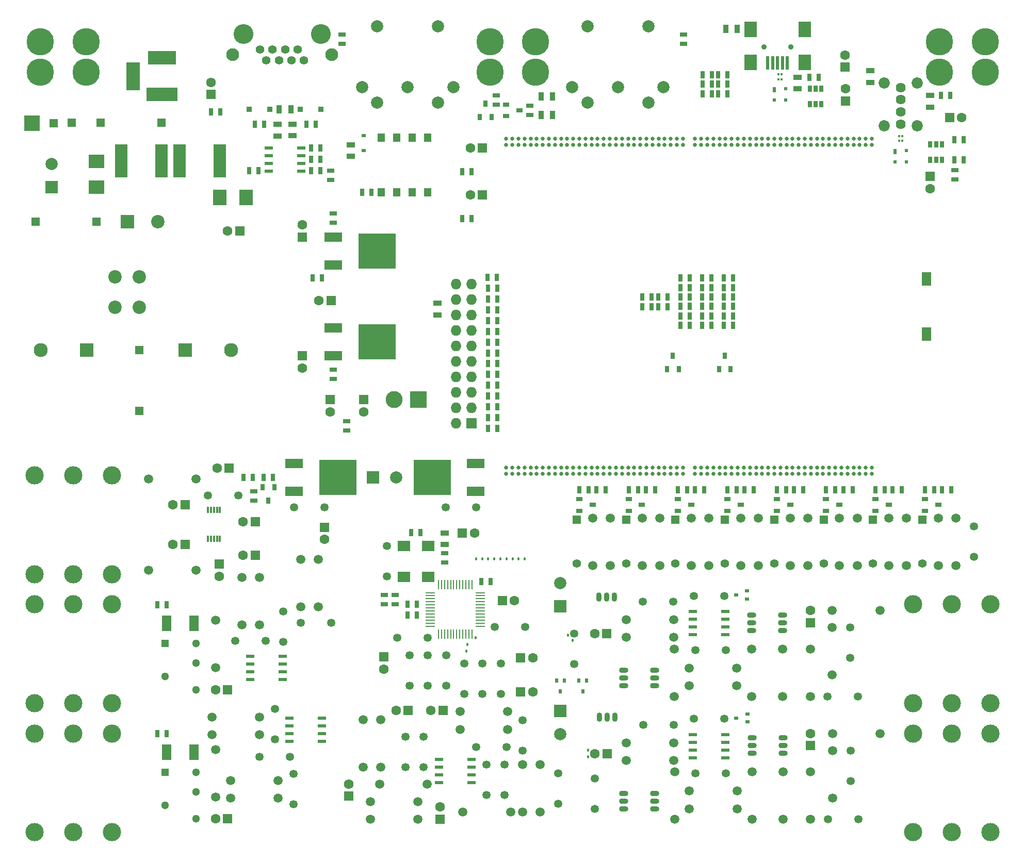
<source format=gts>
%FSLAX34Y34*%
G04 Gerber Fmt 3.4, Leading zero omitted, Abs format*
G04 (created by PCBNEW (2014-03-19 BZR 4756)-product) date Ter 03 Jun 2014 10:49:18 BRT*
%MOIN*%
G01*
G70*
G90*
G04 APERTURE LIST*
%ADD10C,0.005906*%
%ADD11R,0.079000X0.071000*%
%ADD12C,0.053150*%
%ADD13R,0.055118X0.055118*%
%ADD14C,0.055118*%
%ADD15R,0.039400X0.031500*%
%ADD16C,0.059055*%
%ADD17R,0.059055X0.011024*%
%ADD18R,0.011024X0.059055*%
%ADD19C,0.018000*%
%ADD20R,0.062992X0.062992*%
%ADD21C,0.062992*%
%ADD22R,0.025000X0.045000*%
%ADD23R,0.045000X0.025000*%
%ADD24R,0.055100X0.023600*%
%ADD25R,0.027559X0.019685*%
%ADD26O,0.059100X0.035400*%
%ADD27O,0.035400X0.059100*%
%ADD28C,0.026000*%
%ADD29R,0.053150X0.053150*%
%ADD30R,0.078700X0.078700*%
%ADD31C,0.078700*%
%ADD32R,0.086614X0.086614*%
%ADD33C,0.086614*%
%ADD34R,0.090551X0.090551*%
%ADD35C,0.090551*%
%ADD36R,0.059055X0.102362*%
%ADD37R,0.019685X0.027559*%
%ADD38R,0.023622X0.035433*%
%ADD39R,0.023622X0.019685*%
%ADD40R,0.098425X0.090551*%
%ADD41R,0.090551X0.098425*%
%ADD42R,0.027000X0.022000*%
%ADD43R,0.033465X0.033465*%
%ADD44R,0.035000X0.055000*%
%ADD45R,0.055000X0.035000*%
%ADD46C,0.118110*%
%ADD47C,0.063780*%
%ADD48C,0.072835*%
%ADD49R,0.019685X0.088583*%
%ADD50R,0.078740X0.098425*%
%ADD51C,0.035433*%
%ADD52C,0.082677*%
%ADD53C,0.128000*%
%ADD54C,0.078740*%
%ADD55R,0.181102X0.090551*%
%ADD56R,0.200787X0.090551*%
%ADD57R,0.090551X0.181102*%
%ADD58C,0.051181*%
%ADD59R,0.051181X0.051181*%
%ADD60R,0.013386X0.015748*%
%ADD61R,0.068000X0.068000*%
%ADD62O,0.068000X0.068000*%
%ADD63R,0.031500X0.039400*%
%ADD64R,0.062992X0.086614*%
%ADD65R,0.098425X0.098425*%
%ADD66R,0.244000X0.228000*%
%ADD67R,0.118000X0.063000*%
%ADD68R,0.027600X0.039400*%
%ADD69R,0.047244X0.055118*%
%ADD70R,0.011811X0.043307*%
%ADD71R,0.078740X0.212598*%
%ADD72R,0.110000X0.110000*%
%ADD73C,0.110000*%
%ADD74C,0.177165*%
G04 APERTURE END LIST*
G54D10*
G54D11*
X25484Y-34188D03*
X25484Y-36188D03*
X27054Y-36188D03*
X27054Y-34188D03*
G54D12*
X24395Y-36169D03*
X24395Y-34200D03*
G54D13*
X49425Y-32501D03*
G54D14*
X49425Y-35336D03*
G54D13*
X55803Y-32501D03*
G54D14*
X55803Y-35336D03*
G54D13*
X52614Y-32501D03*
G54D14*
X52614Y-35336D03*
G54D13*
X58992Y-32501D03*
G54D14*
X58992Y-35336D03*
G54D15*
X50448Y-31537D03*
X49582Y-31912D03*
X49582Y-31162D03*
X56826Y-31537D03*
X55960Y-31912D03*
X55960Y-31162D03*
X53637Y-31537D03*
X52771Y-31912D03*
X52771Y-31162D03*
X60015Y-31537D03*
X59149Y-31912D03*
X59149Y-31162D03*
G54D16*
X50448Y-32383D03*
X50448Y-35454D03*
X56826Y-32383D03*
X56826Y-35454D03*
X51590Y-32383D03*
X51590Y-35454D03*
X57968Y-32383D03*
X57968Y-35454D03*
X53637Y-32383D03*
X53637Y-35454D03*
X60015Y-32383D03*
X60015Y-35454D03*
X54779Y-32383D03*
X54779Y-35454D03*
X61157Y-32383D03*
X61157Y-35454D03*
X48391Y-32383D03*
X48391Y-35454D03*
X42013Y-32383D03*
X42013Y-35454D03*
X47250Y-32383D03*
X47250Y-35454D03*
X40872Y-32383D03*
X40872Y-35454D03*
X45202Y-32383D03*
X45202Y-35454D03*
X38824Y-32383D03*
X38824Y-35454D03*
X44061Y-32383D03*
X44061Y-35454D03*
X37683Y-32383D03*
X37683Y-35454D03*
G54D15*
X47249Y-31537D03*
X46383Y-31912D03*
X46383Y-31162D03*
X40871Y-31537D03*
X40005Y-31912D03*
X40005Y-31162D03*
X44060Y-31537D03*
X43194Y-31912D03*
X43194Y-31162D03*
X37683Y-31537D03*
X36817Y-31912D03*
X36817Y-31162D03*
G54D13*
X46226Y-32501D03*
G54D14*
X46226Y-35336D03*
G54D13*
X39848Y-32501D03*
G54D14*
X39848Y-35336D03*
G54D13*
X43037Y-32501D03*
G54D14*
X43037Y-35336D03*
G54D13*
X36659Y-32501D03*
G54D14*
X36659Y-35336D03*
G54D17*
X27187Y-37801D03*
X27187Y-37998D03*
X27187Y-38194D03*
X27187Y-38391D03*
X27187Y-38588D03*
X27187Y-37210D03*
X27187Y-37407D03*
X27187Y-37604D03*
G54D18*
X27718Y-39907D03*
X27915Y-39907D03*
X28112Y-39907D03*
X28309Y-39907D03*
X28505Y-39907D03*
X28702Y-39907D03*
X28899Y-39907D03*
X29096Y-39907D03*
G54D17*
X30415Y-39375D03*
X30415Y-39179D03*
X30415Y-38982D03*
X30415Y-38785D03*
X30415Y-38588D03*
X30415Y-38391D03*
X30415Y-38194D03*
X30415Y-37998D03*
G54D18*
X29883Y-36679D03*
X29687Y-36679D03*
X29490Y-36679D03*
X29293Y-36679D03*
X29096Y-36679D03*
X28899Y-36679D03*
X28702Y-36679D03*
X28505Y-36679D03*
G54D17*
X27187Y-38785D03*
X27187Y-38982D03*
X27187Y-39179D03*
X27187Y-39375D03*
G54D18*
X29293Y-39907D03*
X29490Y-39907D03*
X29687Y-39907D03*
X29883Y-39907D03*
G54D17*
X30415Y-37801D03*
X30415Y-37604D03*
X30415Y-37407D03*
X30415Y-37210D03*
G54D18*
X28309Y-36679D03*
X28112Y-36679D03*
X27915Y-36679D03*
X27718Y-36679D03*
G54D19*
X30110Y-40112D03*
X29534Y-40996D03*
X29590Y-40554D03*
G54D12*
X31753Y-43763D03*
X31753Y-41795D03*
G54D20*
X33031Y-41437D03*
G54D21*
X33818Y-41437D03*
G54D12*
X30570Y-43763D03*
X30570Y-41795D03*
G54D20*
X33031Y-43622D03*
G54D21*
X33818Y-43622D03*
G54D12*
X29389Y-43763D03*
X29389Y-41795D03*
G54D20*
X28011Y-44822D03*
G54D21*
X27224Y-44822D03*
G54D12*
X28210Y-43210D03*
X28210Y-41242D03*
G54D20*
X25767Y-44822D03*
G54D21*
X24980Y-44822D03*
G54D12*
X27029Y-43210D03*
X27029Y-41242D03*
X25848Y-43210D03*
X25848Y-41242D03*
X33307Y-39429D03*
X31338Y-39429D03*
G54D22*
X31089Y-36498D03*
X30489Y-36498D03*
G54D20*
X31850Y-37736D03*
G54D21*
X32637Y-37736D03*
G54D23*
X28110Y-34668D03*
X28110Y-35268D03*
G54D20*
X24173Y-41358D03*
G54D21*
X24173Y-42145D03*
G54D12*
X25061Y-40120D03*
X27029Y-40120D03*
G54D22*
X25723Y-37972D03*
X26323Y-37972D03*
G54D24*
X17640Y-41316D03*
X15540Y-41316D03*
X17640Y-41816D03*
X17640Y-42316D03*
X17640Y-42816D03*
X15540Y-41816D03*
X15540Y-42316D03*
X15540Y-42816D03*
X18103Y-46812D03*
X20203Y-46812D03*
X18103Y-46312D03*
X18103Y-45812D03*
X18103Y-45312D03*
X20203Y-46312D03*
X20203Y-45812D03*
X20203Y-45312D03*
G54D16*
X13307Y-42047D03*
X13307Y-38976D03*
X13307Y-50413D03*
X13307Y-47342D03*
X18828Y-35049D03*
X18828Y-38120D03*
X15015Y-36236D03*
X15015Y-39307D03*
X13094Y-46405D03*
X16165Y-46405D03*
X14275Y-50488D03*
X17346Y-50488D03*
X19970Y-35049D03*
X19970Y-38120D03*
X16157Y-36236D03*
X16157Y-39307D03*
X13094Y-45263D03*
X16165Y-45263D03*
X14275Y-49346D03*
X17346Y-49346D03*
G54D20*
X15885Y-32618D03*
G54D21*
X15098Y-32618D03*
G54D20*
X15885Y-34803D03*
G54D21*
X15098Y-34803D03*
G54D20*
X14094Y-43484D03*
G54D21*
X13307Y-43484D03*
G54D20*
X14094Y-51830D03*
G54D21*
X13307Y-51830D03*
G54D12*
X18820Y-39147D03*
X20789Y-39147D03*
X14602Y-40330D03*
X16570Y-40330D03*
X17145Y-46692D03*
X17145Y-44724D03*
X18370Y-50901D03*
X18370Y-48933D03*
X17696Y-38425D03*
X17696Y-40393D03*
X16141Y-47814D03*
X18110Y-47814D03*
G54D24*
X29839Y-47990D03*
X27739Y-47990D03*
X29839Y-48490D03*
X29839Y-48990D03*
X29839Y-49490D03*
X27739Y-48490D03*
X27739Y-48990D03*
X27739Y-49490D03*
G54D16*
X33159Y-51397D03*
X33159Y-48326D03*
X34301Y-51397D03*
X34301Y-48326D03*
X32372Y-51397D03*
X29301Y-51397D03*
X26397Y-50728D03*
X23326Y-50728D03*
X23326Y-51870D03*
X26397Y-51870D03*
X32185Y-44901D03*
X29114Y-44901D03*
X32185Y-46043D03*
X29114Y-46043D03*
X23907Y-49586D03*
X26978Y-49586D03*
X22854Y-48503D03*
X22854Y-45433D03*
X23996Y-45413D03*
X23996Y-48484D03*
G54D12*
X30816Y-50295D03*
X30816Y-48326D03*
X31998Y-50295D03*
X31998Y-48326D03*
X26761Y-48484D03*
X26761Y-46515D03*
X25580Y-48484D03*
X25580Y-46515D03*
X35462Y-48877D03*
X35462Y-50846D03*
G54D20*
X27814Y-51850D03*
G54D21*
X27814Y-51062D03*
G54D12*
X33169Y-47421D03*
X33169Y-45452D03*
X32135Y-47204D03*
X30167Y-47204D03*
G54D20*
X21909Y-50374D03*
G54D21*
X21909Y-49586D03*
G54D12*
X44212Y-37421D03*
X46181Y-37421D03*
X54330Y-39468D03*
X54330Y-41437D03*
G54D20*
X51751Y-39153D03*
G54D21*
X51751Y-38366D03*
G54D12*
X46279Y-40925D03*
X44311Y-40925D03*
X40925Y-37795D03*
X42893Y-37795D03*
G54D20*
X38602Y-39862D03*
G54D21*
X37814Y-39862D03*
G54D12*
X36496Y-41830D03*
X36496Y-39862D03*
G54D25*
X47657Y-37106D03*
X47657Y-37618D03*
X46948Y-37362D03*
G54D26*
X49960Y-39153D03*
X49960Y-38653D03*
X49960Y-39653D03*
X47952Y-39153D03*
X47952Y-38653D03*
X47952Y-39653D03*
X41673Y-42736D03*
X41673Y-42236D03*
X41673Y-43236D03*
X39685Y-42736D03*
X39685Y-42236D03*
X39685Y-43236D03*
G54D27*
X38602Y-37500D03*
X38102Y-37500D03*
X39102Y-37500D03*
G54D16*
X53169Y-38366D03*
X56240Y-38366D03*
X53169Y-39468D03*
X53169Y-42539D03*
X51751Y-43917D03*
X51751Y-40846D03*
X49960Y-43917D03*
X49960Y-40846D03*
X47952Y-43917D03*
X47952Y-40846D03*
X43917Y-43228D03*
X46988Y-43228D03*
X43917Y-42086D03*
X46988Y-42086D03*
X42913Y-40098D03*
X39842Y-40098D03*
X42952Y-40846D03*
X42952Y-43917D03*
X42913Y-38956D03*
X39842Y-38956D03*
G54D24*
X46246Y-38423D03*
X44146Y-38423D03*
X46246Y-38923D03*
X46246Y-39423D03*
X46246Y-39923D03*
X44146Y-38923D03*
X44146Y-39423D03*
X44146Y-39923D03*
X46266Y-46375D03*
X44166Y-46375D03*
X46266Y-46875D03*
X46266Y-47375D03*
X46266Y-47875D03*
X44166Y-46875D03*
X44166Y-47375D03*
X44166Y-47875D03*
G54D16*
X42933Y-46909D03*
X39862Y-46909D03*
X42972Y-48799D03*
X42972Y-51870D03*
X42933Y-48051D03*
X39862Y-48051D03*
X43937Y-50039D03*
X47007Y-50039D03*
X43937Y-51181D03*
X47007Y-51181D03*
X47972Y-51870D03*
X47972Y-48799D03*
X49980Y-51870D03*
X49980Y-48799D03*
X51771Y-51870D03*
X51771Y-48799D03*
X53188Y-47421D03*
X53188Y-50492D03*
X53188Y-46318D03*
X56259Y-46318D03*
G54D27*
X38622Y-45255D03*
X38122Y-45255D03*
X39122Y-45255D03*
G54D26*
X39704Y-50688D03*
X39704Y-50188D03*
X39704Y-51188D03*
X41692Y-50688D03*
X41692Y-50188D03*
X41692Y-51188D03*
X47972Y-47106D03*
X47972Y-46606D03*
X47972Y-47606D03*
X49980Y-47106D03*
X49980Y-46606D03*
X49980Y-47606D03*
G54D25*
X47677Y-45059D03*
X47677Y-45570D03*
X46968Y-45314D03*
G54D12*
X37834Y-51181D03*
X37834Y-49212D03*
G54D20*
X38622Y-47618D03*
G54D21*
X37834Y-47618D03*
G54D12*
X40944Y-45748D03*
X42913Y-45748D03*
X46299Y-48877D03*
X44330Y-48877D03*
G54D20*
X51771Y-47106D03*
G54D21*
X51771Y-46318D03*
G54D12*
X54350Y-47421D03*
X54350Y-49389D03*
X44232Y-45374D03*
X46200Y-45374D03*
G54D28*
X55720Y-29133D03*
X55720Y-29527D03*
X55326Y-29133D03*
X55326Y-29527D03*
X54933Y-29133D03*
X54933Y-29527D03*
X54539Y-29133D03*
X54539Y-29527D03*
X54145Y-29133D03*
X54145Y-29527D03*
X53751Y-29133D03*
X53751Y-29527D03*
X53358Y-29133D03*
X53358Y-29527D03*
X52964Y-29133D03*
X52964Y-29527D03*
X52570Y-29133D03*
X52570Y-29527D03*
X52177Y-29133D03*
X52177Y-29527D03*
X51783Y-29133D03*
X51783Y-29527D03*
X51389Y-29133D03*
X51389Y-29527D03*
X50996Y-29133D03*
X50996Y-29527D03*
X50602Y-29133D03*
X50602Y-29527D03*
X50208Y-29133D03*
X50208Y-29527D03*
X49814Y-29133D03*
X49814Y-29527D03*
X49421Y-29133D03*
X49421Y-29527D03*
X49027Y-29133D03*
X49027Y-29527D03*
X48633Y-29133D03*
X48633Y-29527D03*
X48240Y-29133D03*
X48240Y-29527D03*
X47846Y-29133D03*
X47846Y-29527D03*
X47452Y-29133D03*
X47452Y-29527D03*
X47059Y-29133D03*
X47059Y-29527D03*
X46665Y-29133D03*
X46665Y-29527D03*
X46271Y-29133D03*
X46271Y-29527D03*
X45877Y-29133D03*
X45877Y-29527D03*
X45484Y-29133D03*
X45484Y-29527D03*
X45090Y-29133D03*
X45090Y-29527D03*
X44696Y-29133D03*
X44696Y-29527D03*
X44303Y-29133D03*
X44303Y-29527D03*
X43515Y-29133D03*
X43515Y-29527D03*
X43122Y-29133D03*
X43122Y-29527D03*
X42728Y-29133D03*
X42728Y-29527D03*
X42334Y-29133D03*
X42334Y-29527D03*
X41940Y-29133D03*
X41940Y-29527D03*
X41547Y-29133D03*
X41547Y-29527D03*
X41153Y-29133D03*
X41153Y-29527D03*
X40759Y-29133D03*
X40759Y-29527D03*
X40366Y-29133D03*
X40366Y-29527D03*
X39972Y-29133D03*
X39972Y-29527D03*
X39578Y-29133D03*
X39578Y-29527D03*
X39185Y-29133D03*
X39185Y-29527D03*
X38791Y-29133D03*
X38791Y-29527D03*
X38397Y-29133D03*
X38397Y-29527D03*
X38003Y-29133D03*
X38003Y-29527D03*
X37610Y-29133D03*
X37610Y-29527D03*
X37216Y-29133D03*
X37216Y-29527D03*
X36822Y-29133D03*
X36822Y-29527D03*
X36429Y-29133D03*
X36429Y-29527D03*
X36035Y-29133D03*
X36035Y-29527D03*
X35641Y-29133D03*
X35641Y-29527D03*
X35248Y-29133D03*
X35248Y-29527D03*
X34854Y-29133D03*
X34854Y-29527D03*
X34460Y-29133D03*
X34460Y-29527D03*
X34066Y-29133D03*
X34066Y-29527D03*
X33673Y-29133D03*
X33673Y-29527D03*
X33279Y-29133D03*
X33279Y-29527D03*
X32885Y-29133D03*
X32885Y-29527D03*
X32492Y-29133D03*
X32492Y-29527D03*
X32098Y-29133D03*
X32098Y-29527D03*
X55720Y-7874D03*
X55720Y-8267D03*
X55326Y-7874D03*
X55326Y-8267D03*
X54933Y-7874D03*
X54933Y-8267D03*
X54539Y-7874D03*
X54539Y-8267D03*
X54145Y-7874D03*
X54145Y-8267D03*
X53751Y-7874D03*
X53751Y-8267D03*
X53358Y-7874D03*
X53358Y-8267D03*
X52964Y-7874D03*
X52964Y-8267D03*
X52570Y-7874D03*
X52570Y-8267D03*
X52177Y-7874D03*
X52177Y-8267D03*
X51783Y-7874D03*
X51783Y-8267D03*
X51389Y-7874D03*
X51389Y-8267D03*
X50996Y-7874D03*
X50996Y-8267D03*
X50602Y-7874D03*
X50602Y-8267D03*
X50208Y-7874D03*
X50208Y-8267D03*
X49814Y-7874D03*
X49814Y-8267D03*
X49421Y-7874D03*
X49421Y-8267D03*
X49027Y-7874D03*
X49027Y-8267D03*
X48633Y-7874D03*
X48633Y-8267D03*
X48240Y-7874D03*
X48240Y-8267D03*
X47846Y-7874D03*
X47846Y-8267D03*
X47452Y-7874D03*
X47452Y-8267D03*
X47059Y-7874D03*
X47059Y-8267D03*
X46665Y-7874D03*
X46665Y-8267D03*
X46271Y-7874D03*
X46271Y-8267D03*
X45877Y-7874D03*
X45877Y-8267D03*
X45484Y-7874D03*
X45484Y-8267D03*
X45090Y-7874D03*
X45090Y-8267D03*
X44696Y-7874D03*
X44696Y-8267D03*
X44303Y-7874D03*
X44303Y-8267D03*
X43515Y-7874D03*
X43515Y-8267D03*
X43122Y-7874D03*
X43122Y-8267D03*
X42728Y-7874D03*
X42728Y-8267D03*
X42334Y-7874D03*
X42334Y-8267D03*
X41940Y-7874D03*
X41940Y-8267D03*
X41547Y-7874D03*
X41547Y-8267D03*
X41153Y-7874D03*
X41153Y-8267D03*
X40759Y-7874D03*
X40759Y-8267D03*
X40366Y-7874D03*
X40366Y-8267D03*
X39972Y-7874D03*
X39972Y-8267D03*
X39578Y-7874D03*
X39578Y-8267D03*
X39185Y-7874D03*
X39185Y-8267D03*
X38791Y-7874D03*
X38791Y-8267D03*
X38397Y-7874D03*
X38397Y-8267D03*
X38003Y-7874D03*
X38003Y-8267D03*
X37610Y-7874D03*
X37610Y-8267D03*
X37216Y-7874D03*
X37216Y-8267D03*
X36822Y-7874D03*
X36822Y-8267D03*
X36429Y-7874D03*
X36429Y-8267D03*
X36035Y-7874D03*
X36035Y-8267D03*
X35641Y-7874D03*
X35641Y-8267D03*
X35248Y-7874D03*
X35248Y-8267D03*
X34854Y-7874D03*
X34854Y-8267D03*
X34460Y-7874D03*
X34460Y-8267D03*
X34066Y-7874D03*
X34066Y-8267D03*
X33673Y-7874D03*
X33673Y-8267D03*
X33279Y-7874D03*
X33279Y-8267D03*
X32885Y-7874D03*
X32885Y-8267D03*
X32492Y-7874D03*
X32492Y-8267D03*
X32098Y-7874D03*
X32098Y-8267D03*
G54D22*
X15487Y-9940D03*
X16087Y-9940D03*
G54D23*
X20925Y-13292D03*
X20925Y-12692D03*
X20925Y-22790D03*
X20925Y-23390D03*
G54D20*
X18917Y-14212D03*
G54D21*
X18917Y-13425D03*
G54D20*
X18917Y-21889D03*
G54D21*
X18917Y-22677D03*
G54D20*
X20787Y-18336D03*
G54D21*
X20000Y-18336D03*
G54D20*
X22893Y-24724D03*
G54D21*
X22893Y-25511D03*
G54D22*
X20201Y-16850D03*
X19601Y-16850D03*
G54D23*
X21801Y-26117D03*
X21801Y-26717D03*
G54D20*
X30570Y-11496D03*
G54D21*
X29783Y-11496D03*
G54D22*
X29847Y-13011D03*
X29247Y-13011D03*
X29247Y-9980D03*
X29847Y-9980D03*
G54D20*
X30570Y-8464D03*
G54D21*
X29783Y-8464D03*
G54D22*
X60794Y-5059D03*
X60194Y-5059D03*
X52276Y-3877D03*
X51676Y-3877D03*
G54D20*
X60738Y-6476D03*
G54D21*
X61525Y-6476D03*
G54D20*
X53976Y-3238D03*
G54D21*
X53976Y-2450D03*
G54D22*
X44778Y-4340D03*
X45378Y-4340D03*
G54D29*
X5885Y-6811D03*
X9822Y-6811D03*
G54D30*
X2736Y-10986D03*
G54D31*
X2736Y-9486D03*
G54D20*
X14881Y-13818D03*
G54D21*
X14094Y-13818D03*
G54D20*
X54005Y-5413D03*
G54D21*
X54005Y-4625D03*
G54D20*
X59498Y-10295D03*
G54D21*
X59498Y-11082D03*
G54D23*
X43543Y-1137D03*
X43543Y-1737D03*
X21496Y-1137D03*
X21496Y-1737D03*
G54D20*
X13011Y-5000D03*
G54D21*
X13011Y-4212D03*
G54D22*
X13016Y-6131D03*
X13616Y-6131D03*
X23390Y-11318D03*
X22790Y-11318D03*
G54D29*
X5610Y-13228D03*
X1673Y-13228D03*
G54D32*
X7618Y-13228D03*
G54D33*
X9586Y-13228D03*
G54D34*
X11358Y-21515D03*
G54D35*
X14311Y-21515D03*
G54D34*
X4980Y-21515D03*
G54D35*
X2027Y-21515D03*
G54D29*
X8385Y-21515D03*
X8385Y-25452D03*
G54D30*
X35590Y-38092D03*
G54D31*
X35590Y-36592D03*
G54D30*
X35590Y-44860D03*
G54D31*
X35590Y-46360D03*
G54D20*
X20354Y-32984D03*
G54D21*
X20354Y-33771D03*
G54D20*
X29251Y-33346D03*
G54D21*
X30039Y-33346D03*
G54D12*
X18385Y-31692D03*
X20354Y-31692D03*
X28188Y-31692D03*
X30157Y-31692D03*
G54D20*
X14192Y-29153D03*
G54D21*
X13405Y-29153D03*
G54D12*
X14783Y-30925D03*
X12814Y-30925D03*
G54D20*
X13543Y-35374D03*
G54D21*
X13543Y-36161D03*
G54D20*
X11358Y-34094D03*
G54D21*
X10570Y-34094D03*
G54D20*
X11358Y-31535D03*
G54D21*
X10570Y-31535D03*
G54D36*
X11929Y-47539D03*
X10157Y-47539D03*
X11929Y-39192D03*
X10157Y-39192D03*
G54D37*
X36791Y-42883D03*
X37303Y-42883D03*
X37047Y-43592D03*
X35344Y-42893D03*
X35856Y-42893D03*
X35600Y-43602D03*
G54D38*
X57214Y-8704D03*
G54D39*
X57214Y-9374D03*
X57962Y-9374D03*
X57962Y-8625D03*
G54D38*
X49409Y-4704D03*
G54D39*
X49409Y-5374D03*
X50157Y-5374D03*
X50157Y-4625D03*
G54D40*
X5610Y-9311D03*
X5610Y-11003D03*
G54D41*
X13602Y-11653D03*
X15295Y-11653D03*
G54D42*
X22874Y-8629D03*
X22874Y-7669D03*
G54D43*
X18789Y-5944D03*
X20108Y-5944D03*
X16820Y-5944D03*
X15501Y-5944D03*
G54D44*
X46278Y-767D03*
X47028Y-767D03*
G54D45*
X55631Y-3471D03*
X55631Y-4221D03*
X59501Y-5058D03*
X59501Y-5808D03*
X50925Y-3876D03*
X50925Y-4626D03*
G54D19*
X36386Y-40285D03*
X37401Y-47839D03*
X37401Y-47396D03*
X36073Y-39972D03*
G54D46*
X60901Y-44360D03*
X63401Y-44360D03*
X58401Y-44360D03*
X60901Y-37970D03*
X63401Y-37970D03*
X58401Y-37970D03*
X60901Y-52706D03*
X63401Y-52706D03*
X58401Y-52706D03*
X60901Y-46316D03*
X63401Y-46316D03*
X58401Y-46316D03*
X4137Y-37970D03*
X1637Y-37970D03*
X6637Y-37970D03*
X4137Y-44360D03*
X1637Y-44360D03*
X6637Y-44360D03*
X4137Y-46316D03*
X1637Y-46316D03*
X6637Y-46316D03*
X4137Y-52706D03*
X1637Y-52706D03*
X6637Y-52706D03*
X4137Y-29624D03*
X1637Y-29624D03*
X6637Y-29624D03*
X4137Y-36013D03*
X1637Y-36013D03*
X6637Y-36013D03*
G54D47*
X57588Y-4551D03*
X57588Y-5338D03*
X57588Y-6125D03*
G54D48*
X58659Y-4263D03*
G54D47*
X57588Y-6913D03*
G54D48*
X58659Y-7019D03*
X56517Y-4263D03*
X56517Y-7019D03*
G54D49*
X50255Y-2972D03*
X49940Y-2972D03*
X49625Y-2972D03*
X49311Y-2972D03*
X48996Y-2972D03*
G54D50*
X51377Y-2923D03*
X51377Y-777D03*
X47874Y-2923D03*
X47874Y-777D03*
G54D51*
X50492Y-1919D03*
X48759Y-1919D03*
G54D52*
X20807Y-2440D03*
X14405Y-2440D03*
G54D14*
X19011Y-2790D03*
X18208Y-2790D03*
X17405Y-2790D03*
X16602Y-2790D03*
X17807Y-2090D03*
X17003Y-2090D03*
X18610Y-2090D03*
X16200Y-2090D03*
G54D53*
X15106Y-1090D03*
X20106Y-1090D03*
G54D54*
X37342Y-5511D03*
X37342Y-590D03*
X36358Y-4527D03*
X39311Y-4527D03*
X42263Y-4527D03*
X41279Y-5511D03*
X41279Y-590D03*
X23759Y-5511D03*
X23759Y-590D03*
X22775Y-4527D03*
X25728Y-4527D03*
X28681Y-4527D03*
X27696Y-5511D03*
X27696Y-590D03*
G54D55*
X9842Y-2637D03*
G54D56*
X9842Y-5000D03*
G54D57*
X7992Y-3818D03*
G54D58*
X12043Y-50098D03*
X12043Y-51830D03*
X10043Y-50964D03*
X12043Y-48838D03*
G54D59*
X10043Y-48838D03*
G54D58*
X12043Y-41751D03*
X12043Y-43484D03*
X10043Y-42618D03*
X12043Y-40492D03*
G54D59*
X10043Y-40492D03*
G54D33*
X6811Y-18759D03*
X6811Y-16791D03*
X8385Y-16791D03*
X8385Y-18759D03*
G54D60*
X57687Y-7692D03*
X57490Y-7692D03*
X57490Y-8007D03*
X57687Y-8007D03*
X49881Y-3700D03*
X49685Y-3700D03*
X49685Y-4015D03*
X49881Y-4015D03*
G54D61*
X29870Y-26242D03*
G54D62*
X28870Y-26242D03*
X29870Y-25242D03*
X28870Y-25242D03*
X29870Y-24242D03*
X28870Y-24242D03*
X29870Y-23242D03*
X28870Y-23242D03*
X29870Y-22242D03*
X28870Y-22242D03*
X29870Y-21242D03*
X28870Y-21242D03*
X29870Y-20242D03*
X28870Y-20242D03*
X29870Y-19242D03*
X28870Y-19242D03*
X29870Y-18242D03*
X28870Y-18242D03*
X29870Y-17242D03*
X28870Y-17242D03*
G54D63*
X16736Y-31259D03*
X16361Y-30393D03*
X17111Y-30393D03*
X46214Y-21897D03*
X46589Y-22763D03*
X45839Y-22763D03*
X42868Y-21897D03*
X43243Y-22763D03*
X42493Y-22763D03*
G54D15*
X32952Y-6023D03*
X32086Y-6398D03*
X32086Y-5648D03*
G54D63*
X30767Y-5590D03*
X31142Y-6456D03*
X30392Y-6456D03*
G54D45*
X18287Y-7658D03*
X18287Y-6908D03*
X17322Y-6928D03*
X17322Y-7678D03*
G54D22*
X20103Y-9940D03*
X19503Y-9940D03*
X20103Y-9192D03*
X19503Y-9192D03*
X20103Y-8444D03*
X19503Y-8444D03*
X31510Y-21013D03*
X30910Y-21013D03*
X31510Y-18917D03*
X30910Y-18917D03*
X31510Y-19616D03*
X30910Y-19616D03*
X31510Y-20314D03*
X30910Y-20314D03*
G54D23*
X20748Y-9936D03*
X20748Y-10536D03*
G54D22*
X31510Y-18218D03*
X30910Y-18218D03*
X31496Y-16818D03*
X30896Y-16818D03*
X31510Y-17519D03*
X30910Y-17519D03*
X44286Y-30564D03*
X44886Y-30564D03*
X47475Y-30564D03*
X48075Y-30564D03*
X41107Y-30564D03*
X41707Y-30564D03*
X37918Y-30564D03*
X38518Y-30564D03*
X57052Y-30564D03*
X57652Y-30564D03*
X37416Y-30564D03*
X36816Y-30564D03*
X40605Y-30564D03*
X40005Y-30564D03*
X43794Y-30564D03*
X43194Y-30564D03*
X46983Y-30564D03*
X46383Y-30564D03*
X60241Y-30564D03*
X60841Y-30564D03*
X53873Y-30564D03*
X54473Y-30564D03*
X50674Y-30564D03*
X51274Y-30564D03*
X50181Y-30564D03*
X49581Y-30564D03*
X53370Y-30564D03*
X52770Y-30564D03*
X56559Y-30564D03*
X55959Y-30564D03*
X59748Y-30564D03*
X59148Y-30564D03*
G54D23*
X15787Y-30664D03*
X15787Y-31264D03*
G54D22*
X9562Y-37992D03*
X10162Y-37992D03*
X9562Y-46338D03*
X10162Y-46338D03*
X44778Y-3730D03*
X45378Y-3730D03*
X44778Y-4950D03*
X45378Y-4950D03*
X45792Y-4950D03*
X46392Y-4950D03*
X61068Y-7933D03*
X61668Y-7933D03*
X45792Y-3730D03*
X46392Y-3730D03*
X61668Y-9232D03*
X61068Y-9232D03*
G54D23*
X61072Y-10477D03*
X61072Y-9877D03*
G54D22*
X45792Y-4340D03*
X46392Y-4340D03*
G54D44*
X35099Y-5118D03*
X34349Y-5118D03*
G54D45*
X22066Y-8247D03*
X22066Y-8997D03*
G54D44*
X35099Y-6338D03*
X34349Y-6338D03*
X17430Y-5944D03*
X18180Y-5944D03*
G54D23*
X33622Y-6323D03*
X33622Y-5723D03*
X31456Y-5654D03*
X31456Y-5054D03*
G54D22*
X16441Y-6929D03*
X15841Y-6929D03*
X19788Y-6909D03*
X19188Y-6909D03*
X25959Y-33326D03*
X26559Y-33326D03*
X40900Y-18710D03*
X41500Y-18710D03*
X40900Y-18100D03*
X41500Y-18100D03*
X25723Y-38671D03*
X26323Y-38671D03*
X41914Y-18100D03*
X42514Y-18100D03*
X41914Y-18710D03*
X42514Y-18710D03*
G54D23*
X24232Y-37357D03*
X24232Y-37957D03*
X24921Y-37357D03*
X24921Y-37957D03*
G54D64*
X59251Y-20500D03*
X59251Y-16917D03*
G54D13*
X2858Y-6842D03*
X4015Y-6830D03*
G54D65*
X1456Y-6870D03*
G54D24*
X16745Y-9942D03*
X18845Y-9942D03*
X16745Y-9442D03*
X16745Y-8942D03*
X16745Y-8442D03*
X18845Y-9442D03*
X18845Y-8942D03*
X18845Y-8442D03*
G54D66*
X23757Y-15118D03*
G54D67*
X20927Y-14218D03*
X20927Y-16018D03*
G54D66*
X23757Y-20984D03*
G54D67*
X20927Y-20084D03*
X20927Y-21884D03*
G54D68*
X51707Y-4625D03*
X52082Y-4625D03*
X52457Y-4625D03*
X52457Y-5625D03*
X52082Y-5625D03*
X51707Y-5625D03*
X59497Y-8220D03*
X59872Y-8220D03*
X60247Y-8220D03*
X60247Y-9220D03*
X59872Y-9220D03*
X59497Y-9220D03*
G54D69*
X27011Y-7775D03*
X26011Y-7775D03*
X25011Y-7775D03*
X24011Y-7775D03*
X27011Y-11318D03*
X26011Y-11318D03*
X25011Y-11318D03*
X24011Y-11318D03*
G54D66*
X21218Y-29744D03*
G54D67*
X18388Y-28844D03*
X18388Y-30644D03*
G54D66*
X27305Y-29744D03*
G54D67*
X30135Y-30644D03*
X30135Y-28844D03*
G54D70*
X12814Y-33720D03*
X13011Y-33720D03*
X13208Y-33720D03*
X13405Y-33720D03*
X13602Y-33720D03*
X13602Y-31870D03*
X13405Y-31870D03*
X13208Y-31870D03*
X13011Y-31870D03*
X12814Y-31870D03*
G54D71*
X9822Y-9291D03*
X7224Y-9291D03*
X11003Y-9291D03*
X13602Y-9291D03*
G54D20*
X20708Y-24724D03*
G54D21*
X20708Y-25511D03*
G54D72*
X26417Y-24724D03*
G54D73*
X24858Y-24724D03*
G54D16*
X12047Y-35767D03*
X8976Y-35767D03*
X8976Y-29862D03*
X12047Y-29862D03*
G54D30*
X23501Y-29744D03*
G54D31*
X25001Y-29744D03*
G54D12*
X54842Y-51870D03*
X52874Y-51870D03*
X54822Y-43917D03*
X52854Y-43917D03*
G54D22*
X15133Y-29744D03*
X15733Y-29744D03*
X16432Y-29744D03*
X17032Y-29744D03*
X31510Y-22405D03*
X30910Y-22405D03*
X31510Y-23799D03*
X30910Y-23799D03*
X31510Y-25192D03*
X30910Y-25192D03*
X31510Y-26586D03*
X30910Y-26586D03*
X31510Y-21708D03*
X30910Y-21708D03*
X31510Y-23102D03*
X30910Y-23102D03*
X31510Y-24496D03*
X30910Y-24496D03*
X31510Y-25889D03*
X30910Y-25889D03*
X43341Y-18700D03*
X43941Y-18700D03*
X44759Y-19311D03*
X45359Y-19311D03*
X43341Y-18090D03*
X43941Y-18090D03*
X44759Y-19921D03*
X45359Y-19921D03*
X43341Y-19311D03*
X43941Y-19311D03*
X43341Y-16870D03*
X43941Y-16870D03*
X46166Y-18700D03*
X46766Y-18700D03*
X44759Y-18090D03*
X45359Y-18090D03*
X46166Y-19311D03*
X46766Y-19311D03*
X46166Y-18088D03*
X46766Y-18088D03*
X46166Y-19921D03*
X46766Y-19921D03*
X44759Y-16870D03*
X45359Y-16870D03*
X43341Y-19921D03*
X43941Y-19921D03*
X46166Y-16870D03*
X46766Y-16870D03*
X44759Y-17480D03*
X45359Y-17480D03*
X43341Y-17480D03*
X43941Y-17480D03*
X46166Y-17480D03*
X46766Y-17480D03*
X44759Y-18700D03*
X45359Y-18700D03*
G54D45*
X27657Y-19243D03*
X27657Y-18493D03*
X28110Y-34095D03*
X28110Y-33345D03*
G54D19*
X30147Y-35009D03*
X30541Y-35009D03*
X30935Y-35009D03*
X31328Y-35009D03*
X31722Y-35009D03*
X32116Y-35009D03*
X32509Y-35009D03*
X32903Y-35009D03*
X33297Y-35009D03*
G54D12*
X62322Y-34903D03*
X62322Y-32935D03*
G54D74*
X4940Y-3574D03*
X1988Y-3574D03*
X4940Y-1606D03*
X1988Y-1606D03*
X63051Y-3574D03*
X60098Y-3574D03*
X63051Y-1606D03*
X60098Y-1606D03*
X33996Y-3574D03*
X31043Y-3574D03*
X33996Y-1606D03*
X31043Y-1606D03*
M02*

</source>
